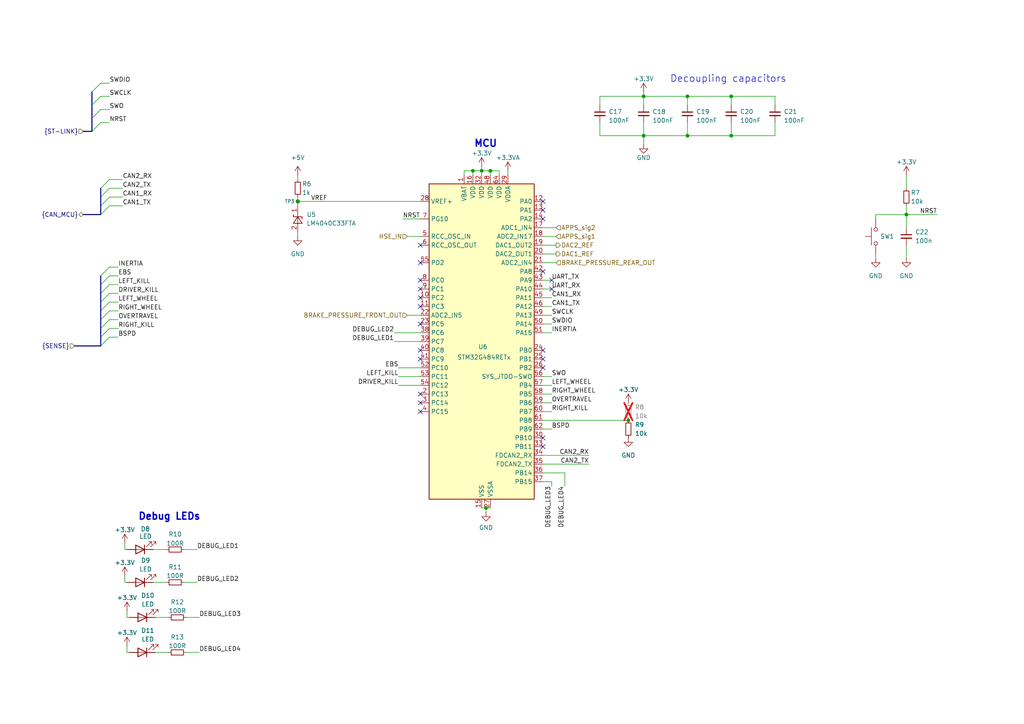
<source format=kicad_sch>
(kicad_sch (version 20250114) (generator "eeschema") (generator_version "9.0")
  (paper "A4")
  (lib_symbols
    (symbol "Connector:TestPoint_Small" (pin_numbers (hide yes)) (pin_names (offset 0.762) (hide yes))
      (property "Reference" "TP" (at 0 3.81 0))
      (property "Value" "TestPoint_Small" (at 0 2.032 0))
      (symbol "TestPoint_Small_0_1"
        (circle (center 0 0) (radius 0.508))
      )
      (symbol "TestPoint_Small_1_1"
        (pin passive line (at 0 0 90) (length 0) (name "1") (number "1"))
      )
    )
    (symbol "Device:C_Small" (pin_numbers (hide yes)) (pin_names (offset 0.254) (hide yes))
      (property "Reference" "C" (at 0.254 1.778 0))
      (property "Value" "C_Small" (at 0.254 -2.032 0))
      (symbol "C_Small_0_1"
        (polyline (pts (xy -1.524 0.508) (xy 1.524 0.508)) (stroke (width 0.3048)))
        (polyline (pts (xy -1.524 -0.508) (xy 1.524 -0.508)) (stroke (width 0.3302)))
      )
      (symbol "C_Small_1_1"
        (pin passive line (at 0 2.54 270) (length 2.032) (name "~") (number "1"))
        (pin passive line (at 0 -2.54 90) (length 2.032) (name "~") (number "2"))
      )
    )
    (symbol "Device:LED" (pin_numbers (hide yes)) (pin_names (offset 1.016) (hide yes))
      (property "Reference" "D" (at 0 2.54 0))
      (property "Value" "LED" (at 0 -2.54 0))
      (symbol "LED_0_1"
        (polyline (pts (xy -3.048 -0.762) (xy -4.572 -2.286) (xy -3.81 -2.286) (xy -4.572 -2.286) (xy -4.572 -1.524)))
        (polyline (pts (xy -1.778 -0.762) (xy -3.302 -2.286) (xy -2.54 -2.286) (xy -3.302 -2.286) (xy -3.302 -1.524)))
        (polyline (pts (xy -1.27 0) (xy 1.27 0)))
        (polyline (pts (xy -1.27 -1.27) (xy -1.27 1.27)) (stroke (width 0.254)))
        (polyline (pts (xy 1.27 -1.27) (xy 1.27 1.27) (xy -1.27 0) (xy 1.27 -1.27)) (stroke (width 0.254)))
      )
      (symbol "LED_1_1"
        (pin passive line (at -3.81 0 0) (length 2.54) (name "K") (number "1"))
        (pin passive line (at 3.81 0 180) (length 2.54) (name "A") (number "2"))
      )
    )
    (symbol "Device:R_Small" (pin_numbers (hide yes)) (pin_names (offset 0.254) (hide yes))
      (property "Reference" "R" (at 0.762 0.508 0))
      (property "Value" "R_Small" (at 0.762 -1.016 0))
      (symbol "R_Small_0_1"
        (rectangle (start -0.762 1.778) (end 0.762 -1.778) (stroke (width 0.2032)))
      )
      (symbol "R_Small_1_1"
        (pin passive line (at 0 2.54 270) (length 0.762) (name "~") (number "1"))
        (pin passive line (at 0 -2.54 90) (length 0.762) (name "~") (number "2"))
      )
    )
    (symbol "LM4040:LM4040" (pin_names (offset 0.0254) (hide yes))
      (property "Reference" "U" (at 1.27 -2.54 90))
      (property "Value" "LM4040C33FTA" (at -1.27 -2.54 90))
      (symbol "LM4040_0_1"
        (polyline (pts (xy -1.27 0) (xy 0 0) (xy 1.27 0)))
        (polyline (pts (xy -1.27 -1.27) (xy 0.635 0) (xy -1.27 1.27) (xy -1.27 -1.27)) (stroke (width 0.2032)))
        (polyline (pts (xy 0 -1.27) (xy 0.635 -1.27) (xy 0.635 1.27) (xy 1.27 1.27)) (stroke (width 0.2032)))
      )
      (symbol "LM4040_1_1"
        (pin passive line (at -3.81 0 0) (length 2.54) (name "A") (number "2"))
        (pin no_connect line (at 0 3.81 270) (length 2.54) (hide yes) (name "NC") (number "3"))
        (pin passive line (at 3.81 0 180) (length 2.54) (name "K") (number "1"))
      )
    )
    (symbol "MCU_ST_STM32G4:STM32G484RETx"
      (property "Reference" "U" (at -15.24 46.99 0))
      (property "Value" "STM32G484RETx" (at 10.16 46.99 0))
      (symbol "STM32G484RETx_0_1"
        (rectangle (start -15.24 -45.72) (end 15.24 45.72) (stroke (width 0.254)) (fill (type background)))
      )
      (symbol "STM32G484RETx_1_1"
        (pin input line (at -17.78 40.64 0) (length 2.54) (name "VREF+") (number "28"))
        (pin bidirectional line (at -17.78 35.56 0) (length 2.54) (name "PG10") (number "7"))
        (pin bidirectional line (at -17.78 30.48 0) (length 2.54) (name "PF0") (number "5") (alternate "RCC_OSC_IN" bidirectional line))
        (pin bidirectional line (at -17.78 27.94 0) (length 2.54) (name "PF1") (number "6") (alternate "RCC_OSC_OUT" bidirectional line))
        (pin bidirectional line (at -17.78 22.86 0) (length 2.54) (name "PD2") (number "55"))
        (pin bidirectional line (at -17.78 17.78 0) (length 2.54) (name "PC0") (number "8"))
        (pin bidirectional line (at -17.78 15.24 0) (length 2.54) (name "PC1") (number "9"))
        (pin bidirectional line (at -17.78 12.7 0) (length 2.54) (name "PC2") (number "10"))
        (pin bidirectional line (at -17.78 10.16 0) (length 2.54) (name "PC3") (number "11"))
        (pin bidirectional line (at -17.78 7.62 0) (length 2.54) (name "PC4") (number "22") (alternate "ADC2_IN5" bidirectional line))
        (pin bidirectional line (at -17.78 5.08 0) (length 2.54) (name "PC5") (number "23"))
        (pin bidirectional line (at -17.78 2.54 0) (length 2.54) (name "PC6") (number "38"))
        (pin bidirectional line (at -17.78 0 0) (length 2.54) (name "PC7") (number "39"))
        (pin bidirectional line (at -17.78 -2.54 0) (length 2.54) (name "PC8") (number "40"))
        (pin bidirectional line (at -17.78 -5.08 0) (length 2.54) (name "PC9") (number "41"))
        (pin bidirectional line (at -17.78 -7.62 0) (length 2.54) (name "PC10") (number "52"))
        (pin bidirectional line (at -17.78 -10.16 0) (length 2.54) (name "PC11") (number "53"))
        (pin bidirectional line (at -17.78 -12.7 0) (length 2.54) (name "PC12") (number "54"))
        (pin bidirectional line (at -17.78 -15.24 0) (length 2.54) (name "PC13") (number "2"))
        (pin bidirectional line (at -17.78 -17.78 0) (length 2.54) (name "PC14") (number "3"))
        (pin bidirectional line (at -17.78 -20.32 0) (length 2.54) (name "PC15") (number "4"))
        (pin power_in line (at -5.08 48.26 270) (length 2.54) (name "VBAT") (number "1"))
        (pin power_in line (at -2.54 48.26 270) (length 2.54) (name "VDD") (number "16"))
        (pin power_in line (at 0 48.26 270) (length 2.54) (name "VDD") (number "32"))
        (pin power_in line (at 0 -48.26 90) (length 2.54) (name "VSS") (number "15"))
        (pin passive line (at 0 -48.26 90) (length 2.54) (hide yes) (name "VSS") (number "31"))
        (pin passive line (at 0 -48.26 90) (length 2.54) (hide yes) (name "VSS") (number "47"))
        (pin passive line (at 0 -48.26 90) (length 2.54) (hide yes) (name "VSS") (number "63"))
        (pin power_in line (at 2.54 48.26 270) (length 2.54) (name "VDD") (number "48"))
        (pin power_in line (at 2.54 -48.26 90) (length 2.54) (name "VSSA") (number "27"))
        (pin power_in line (at 5.08 48.26 270) (length 2.54) (name "VDD") (number "64"))
        (pin power_in line (at 7.62 48.26 270) (length 2.54) (name "VDDA") (number "29"))
        (pin bidirectional line (at 17.78 40.64 180) (length 2.54) (name "PA0") (number "12"))
        (pin bidirectional line (at 17.78 38.1 180) (length 2.54) (name "PA1") (number "13"))
        (pin bidirectional line (at 17.78 35.56 180) (length 2.54) (name "PA2") (number "14"))
        (pin bidirectional line (at 17.78 33.02 180) (length 2.54) (name "PA3") (number "17") (alternate "ADC1_IN4" bidirectional line))
        (pin bidirectional line (at 17.78 30.48 180) (length 2.54) (name "PA4") (number "18") (alternate "ADC2_IN17" bidirectional line))
        (pin bidirectional line (at 17.78 27.94 180) (length 2.54) (name "PA5") (number "19") (alternate "DAC1_OUT2" bidirectional line))
        (pin bidirectional line (at 17.78 25.4 180) (length 2.54) (name "PA6") (number "20") (alternate "DAC2_OUT1" bidirectional line))
        (pin bidirectional line (at 17.78 22.86 180) (length 2.54) (name "PA7") (number "21") (alternate "ADC2_IN4" bidirectional line))
        (pin bidirectional line (at 17.78 20.32 180) (length 2.54) (name "PA8") (number "42"))
        (pin bidirectional line (at 17.78 17.78 180) (length 2.54) (name "PA9") (number "43"))
        (pin bidirectional line (at 17.78 15.24 180) (length 2.54) (name "PA10") (number "44"))
        (pin bidirectional line (at 17.78 12.7 180) (length 2.54) (name "PA11") (number "45"))
        (pin bidirectional line (at 17.78 10.16 180) (length 2.54) (name "PA12") (number "46"))
        (pin bidirectional line (at 17.78 7.62 180) (length 2.54) (name "PA13") (number "49"))
        (pin bidirectional line (at 17.78 5.08 180) (length 2.54) (name "PA14") (number "50"))
        (pin bidirectional line (at 17.78 2.54 180) (length 2.54) (name "PA15") (number "51"))
        (pin bidirectional line (at 17.78 -2.54 180) (length 2.54) (name "PB0") (number "24"))
        (pin bidirectional line (at 17.78 -5.08 180) (length 2.54) (name "PB1") (number "25"))
        (pin bidirectional line (at 17.78 -7.62 180) (length 2.54) (name "PB2") (number "26"))
        (pin bidirectional line (at 17.78 -10.16 180) (length 2.54) (name "PB3") (number "56") (alternate "SYS_JTDO-SWO" bidirectional line))
        (pin bidirectional line (at 17.78 -12.7 180) (length 2.54) (name "PB4") (number "57"))
        (pin bidirectional line (at 17.78 -15.24 180) (length 2.54) (name "PB5") (number "58") (alternate "FDCAN2_RX" bidirectional line))
        (pin bidirectional line (at 17.78 -17.78 180) (length 2.54) (name "PB6") (number "59") (alternate "FDCAN2_TX" bidirectional line))
        (pin bidirectional line (at 17.78 -20.32 180) (length 2.54) (name "PB7") (number "60"))
        (pin bidirectional line (at 17.78 -22.86 180) (length 2.54) (name "PB8") (number "61"))
        (pin bidirectional line (at 17.78 -25.4 180) (length 2.54) (name "PB9") (number "62"))
        (pin bidirectional line (at 17.78 -27.94 180) (length 2.54) (name "PB10") (number "30"))
        (pin bidirectional line (at 17.78 -30.48 180) (length 2.54) (name "PB11") (number "33"))
        (pin bidirectional line (at 17.78 -33.02 180) (length 2.54) (name "PB12") (number "34") (alternate "FDCAN2_RX" bidirectional line))
        (pin bidirectional line (at 17.78 -35.56 180) (length 2.54) (name "PB13") (number "35") (alternate "FDCAN2_TX" bidirectional line))
        (pin bidirectional line (at 17.78 -38.1 180) (length 2.54) (name "PB14") (number "36"))
        (pin bidirectional line (at 17.78 -40.64 180) (length 2.54) (name "PB15") (number "37"))
      )
    )
    (symbol "Switch:SW_Push" (pin_numbers (hide yes)) (pin_names (offset 1.016) (hide yes))
      (property "Reference" "SW" (at 1.27 2.54 0))
      (property "Value" "SW_Push" (at 0 -1.524 0))
      (symbol "SW_Push_0_1"
        (circle (center -2.032 0) (radius 0.508))
        (polyline (pts (xy 0 1.27) (xy 0 3.048)))
        (circle (center 2.032 0) (radius 0.508))
        (polyline (pts (xy 2.54 1.27) (xy -2.54 1.27)))
        (pin passive line (at -5.08 0 0) (length 2.54) (name "1") (number "1"))
        (pin passive line (at 5.08 0 180) (length 2.54) (name "2") (number "2"))
      )
    )
    (symbol "power:+3.3V" (power) (pin_names (offset 0))
      (property "Value" "+3.3V" (at 0 3.556 0))
      (symbol "+3.3V_0_1"
        (polyline (pts (xy -0.762 1.27) (xy 0 2.54)))
        (polyline (pts (xy 0 2.54) (xy 0.762 1.27)))
        (polyline (pts (xy 0 0) (xy 0 2.54)))
      )
      (symbol "+3.3V_1_1"
        (pin power_in line (at 0 0 90) (length 0) (hide yes) (name "+3.3V") (number "1"))
      )
    )
    (symbol "power:+3.3VA" (power) (pin_names (offset 0))
      (property "Value" "+3.3VA" (at 0 3.556 0))
      (symbol "+3.3VA_0_1"
        (polyline (pts (xy -0.762 1.27) (xy 0 2.54)))
        (polyline (pts (xy 0 2.54) (xy 0.762 1.27)))
        (polyline (pts (xy 0 0) (xy 0 2.54)))
      )
      (symbol "+3.3VA_1_1"
        (pin power_in line (at 0 0 90) (length 0) (hide yes) (name "+3.3VA") (number "1"))
      )
    )
    (symbol "power:+5V" (power) (pin_names (offset 0))
      (property "Value" "+5V" (at 0 3.556 0))
      (symbol "+5V_0_1"
        (polyline (pts (xy -0.762 1.27) (xy 0 2.54)))
        (polyline (pts (xy 0 2.54) (xy 0.762 1.27)))
        (polyline (pts (xy 0 0) (xy 0 2.54)))
      )
      (symbol "+5V_1_1"
        (pin power_in line (at 0 0 90) (length 0) (hide yes) (name "+5V") (number "1"))
      )
    )
    (symbol "power:GND" (power) (pin_names (offset 0))
      (property "Value" "GND" (at 0 -3.81 0))
      (symbol "GND_0_1"
        (polyline (pts (xy 0 0) (xy 0 -1.27) (xy 1.27 -1.27) (xy 0 -2.54) (xy -1.27 -1.27) (xy 0 -1.27)))
      )
      (symbol "GND_1_1"
        (pin power_in line (at 0 0 270) (length 0) (hide yes) (name "GND") (number "1"))
      )
    )
  )
  (text "MCU" (at 137.414 42.926 0) (effects (font (size 2 2) (thickness 0.4) (bold yes)) (justify left bottom)))
  (text "Decoupling capacitors" (at 194.31 24.13 0) (effects (font (size 2 2)) (justify left bottom)))
  (text "Debug LEDs\n\n" (at 40.005 154.305 0) (effects (font (size 2 2) (thickness 0.4) (bold yes)) (justify left bottom)))
  (junction (at 137.16 49.53))
  (junction (at 182.245 121.92))
  (junction (at 199.39 39.37))
  (junction (at 212.09 27.94))
  (junction (at 262.89 62.23))
  (junction (at 140.97 147.32))
  (junction (at 142.24 49.53))
  (junction (at 139.7 49.53))
  (junction (at 86.36 58.42))
  (junction (at 199.39 27.94))
  (junction (at 212.09 39.37))
  (junction (at 186.69 27.94))
  (junction (at 186.69 39.37))
  (no_connect (at 121.92 88.9))
  (no_connect (at 157.48 63.5))
  (no_connect (at 157.48 78.74))
  (no_connect (at 121.92 104.14))
  (no_connect (at 121.92 93.98))
  (no_connect (at 121.92 86.36))
  (no_connect (at 157.48 101.6))
  (no_connect (at 121.92 101.6))
  (no_connect (at 160.02 83.82))
  (no_connect (at 121.92 76.2))
  (no_connect (at 160.02 81.28))
  (no_connect (at 121.92 81.28))
  (no_connect (at 157.48 127))
  (no_connect (at 157.48 60.96))
  (no_connect (at 157.48 106.68))
  (no_connect (at 157.48 129.54))
  (no_connect (at 121.92 119.38))
  (no_connect (at 121.92 71.12))
  (no_connect (at 121.92 114.3))
  (no_connect (at 157.48 58.42))
  (no_connect (at 121.92 83.82))
  (no_connect (at 121.92 116.84))
  (no_connect (at 157.48 104.14))
  (bus_entry (at 29.21 95.25) (size 2.54 -2.54))
  (bus_entry (at 29.21 100.33) (size 2.54 -2.54))
  (bus_entry (at 29.21 54.61) (size 2.54 -2.54))
  (bus_entry (at 29.21 82.55) (size 2.54 -2.54))
  (bus_entry (at 29.21 57.15) (size 2.54 -2.54))
  (bus_entry (at 29.21 97.79) (size 2.54 -2.54))
  (bus_entry (at 29.21 87.63) (size 2.54 -2.54))
  (bus_entry (at 29.21 90.17) (size 2.54 -2.54))
  (bus_entry (at 29.21 62.23) (size 2.54 -2.54))
  (bus_entry (at 29.21 59.69) (size 2.54 -2.54))
  (bus_entry (at 29.21 80.01) (size 2.54 -2.54))
  (bus_entry (at 26.67 26.67) (size 2.54 -2.54))
  (bus_entry (at 26.67 30.48) (size 2.54 -2.54))
  (bus_entry (at 29.21 85.09) (size 2.54 -2.54))
  (bus_entry (at 26.67 34.29) (size 2.54 -2.54))
  (bus_entry (at 26.67 38.1) (size 2.54 -2.54))
  (bus_entry (at 29.21 92.71) (size 2.54 -2.54))
  (wire (pts (xy 157.48 81.28) (xy 160.02 81.28)))
  (wire (pts (xy 160.02 116.84) (xy 157.48 116.84)))
  (wire (pts (xy 170.815 132.08) (xy 157.48 132.08)))
  (wire (pts (xy 139.7 48.26) (xy 139.7 49.53)))
  (wire (pts (xy 186.69 27.94) (xy 199.39 27.94)))
  (wire (pts (xy 157.48 66.04) (xy 161.29 66.04)))
  (wire (pts (xy 160.02 111.76) (xy 157.48 111.76)))
  (wire (pts (xy 262.89 62.23) (xy 254 62.23)))
  (wire (pts (xy 31.75 80.01) (xy 34.29 80.01)))
  (wire (pts (xy 140.97 147.32) (xy 140.97 148.59)))
  (wire (pts (xy 86.36 59.69) (xy 86.36 58.42)))
  (bus (pts (xy 29.21 54.61) (xy 29.21 57.15)))
  (wire (pts (xy 199.39 39.37) (xy 186.69 39.37)))
  (wire (pts (xy 262.89 71.12) (xy 262.89 74.93)))
  (wire (pts (xy 31.75 52.07) (xy 35.56 52.07)))
  (wire (pts (xy 160.02 114.3) (xy 157.48 114.3)))
  (wire (pts (xy 139.7 49.53) (xy 139.7 50.8)))
  (wire (pts (xy 53.34 159.385) (xy 57.15 159.385)))
  (wire (pts (xy 31.75 57.15) (xy 35.56 57.15)))
  (wire (pts (xy 254 62.23) (xy 254 63.5)))
  (wire (pts (xy 134.62 50.8) (xy 134.62 49.53)))
  (wire (pts (xy 31.75 82.55) (xy 34.29 82.55)))
  (bus (pts (xy 26.67 26.67) (xy 26.67 30.48)))
  (wire (pts (xy 147.32 49.53) (xy 147.32 50.8)))
  (wire (pts (xy 44.45 168.91) (xy 48.26 168.91)))
  (wire (pts (xy 29.21 24.13) (xy 31.75 24.13)))
  (bus (pts (xy 29.21 92.71) (xy 29.21 95.25)))
  (wire (pts (xy 116.84 63.5) (xy 121.92 63.5)))
  (wire (pts (xy 37.465 189.23) (xy 36.83 189.23)))
  (wire (pts (xy 163.83 140.97) (xy 163.83 137.16)))
  (wire (pts (xy 36.83 177.165) (xy 36.83 179.07)))
  (bus (pts (xy 24.13 62.23) (xy 29.21 62.23)))
  (wire (pts (xy 262.89 50.8) (xy 262.89 54.61)))
  (wire (pts (xy 212.09 39.37) (xy 199.39 39.37)))
  (wire (pts (xy 157.48 109.22) (xy 160.02 109.22)))
  (wire (pts (xy 173.99 39.37) (xy 173.99 35.56)))
  (wire (pts (xy 31.75 54.61) (xy 35.56 54.61)))
  (wire (pts (xy 142.24 49.53) (xy 144.78 49.53)))
  (bus (pts (xy 29.21 90.17) (xy 29.21 92.71)))
  (bus (pts (xy 29.21 87.63) (xy 29.21 90.17)))
  (wire (pts (xy 262.89 62.23) (xy 262.89 66.04)))
  (wire (pts (xy 115.57 106.68) (xy 121.92 106.68)))
  (bus (pts (xy 29.21 59.69) (xy 29.21 62.23)))
  (wire (pts (xy 224.79 27.94) (xy 212.09 27.94)))
  (wire (pts (xy 157.48 88.9) (xy 160.02 88.9)))
  (wire (pts (xy 118.11 91.44) (xy 121.92 91.44)))
  (wire (pts (xy 36.83 187.325) (xy 36.83 189.23)))
  (wire (pts (xy 157.48 121.92) (xy 182.245 121.92)))
  (wire (pts (xy 86.36 58.42) (xy 121.92 58.42)))
  (wire (pts (xy 115.57 111.76) (xy 121.92 111.76)))
  (wire (pts (xy 36.195 167.005) (xy 36.195 168.91)))
  (wire (pts (xy 53.34 168.91) (xy 57.15 168.91)))
  (wire (pts (xy 118.11 68.58) (xy 121.92 68.58)))
  (bus (pts (xy 29.21 80.01) (xy 29.21 82.55)))
  (wire (pts (xy 86.36 67.31) (xy 86.36 68.58)))
  (wire (pts (xy 36.83 159.385) (xy 36.195 159.385)))
  (wire (pts (xy 157.48 83.82) (xy 160.02 83.82)))
  (wire (pts (xy 173.99 27.94) (xy 186.69 27.94)))
  (wire (pts (xy 186.69 27.94) (xy 186.69 30.48)))
  (wire (pts (xy 142.24 49.53) (xy 142.24 50.8)))
  (wire (pts (xy 114.3 96.52) (xy 121.92 96.52)))
  (bus (pts (xy 29.21 85.09) (xy 29.21 87.63)))
  (wire (pts (xy 173.99 30.48) (xy 173.99 27.94)))
  (wire (pts (xy 53.975 189.23) (xy 57.785 189.23)))
  (wire (pts (xy 137.16 49.53) (xy 139.7 49.53)))
  (bus (pts (xy 21.59 100.33) (xy 29.21 100.33)))
  (wire (pts (xy 224.79 35.56) (xy 224.79 39.37)))
  (bus (pts (xy 24.13 38.1) (xy 26.67 38.1)))
  (wire (pts (xy 31.75 85.09) (xy 34.29 85.09)))
  (wire (pts (xy 29.21 31.75) (xy 31.75 31.75)))
  (wire (pts (xy 36.195 157.48) (xy 36.195 159.385)))
  (wire (pts (xy 212.09 35.56) (xy 212.09 39.37)))
  (wire (pts (xy 114.3 99.06) (xy 121.92 99.06)))
  (wire (pts (xy 224.79 39.37) (xy 212.09 39.37)))
  (wire (pts (xy 160.02 93.98) (xy 157.48 93.98)))
  (wire (pts (xy 186.69 35.56) (xy 186.69 39.37)))
  (bus (pts (xy 29.21 95.25) (xy 29.21 97.79)))
  (wire (pts (xy 31.75 92.71) (xy 34.29 92.71)))
  (wire (pts (xy 29.21 27.94) (xy 31.75 27.94)))
  (wire (pts (xy 115.57 109.22) (xy 121.92 109.22)))
  (wire (pts (xy 45.085 179.07) (xy 48.895 179.07)))
  (wire (pts (xy 262.89 59.69) (xy 262.89 62.23)))
  (wire (pts (xy 37.465 179.07) (xy 36.83 179.07)))
  (wire (pts (xy 144.78 49.53) (xy 144.78 50.8)))
  (wire (pts (xy 86.36 50.8) (xy 86.36 52.07)))
  (wire (pts (xy 31.75 77.47) (xy 34.29 77.47)))
  (wire (pts (xy 186.69 39.37) (xy 173.99 39.37)))
  (wire (pts (xy 137.16 49.53) (xy 137.16 50.8)))
  (wire (pts (xy 157.48 73.66) (xy 161.29 73.66)))
  (wire (pts (xy 31.75 97.79) (xy 34.29 97.79)))
  (wire (pts (xy 160.02 139.7) (xy 157.48 139.7)))
  (bus (pts (xy 26.67 34.29) (xy 26.67 38.1)))
  (bus (pts (xy 29.21 82.55) (xy 29.21 85.09)))
  (wire (pts (xy 157.48 71.12) (xy 161.29 71.12)))
  (wire (pts (xy 139.7 147.32) (xy 140.97 147.32)))
  (wire (pts (xy 160.02 124.46) (xy 157.48 124.46)))
  (wire (pts (xy 31.75 87.63) (xy 34.29 87.63)))
  (wire (pts (xy 157.48 119.38) (xy 160.02 119.38)))
  (bus (pts (xy 29.21 97.79) (xy 29.21 100.33)))
  (wire (pts (xy 31.75 90.17) (xy 34.29 90.17)))
  (wire (pts (xy 186.69 39.37) (xy 186.69 41.91)))
  (bus (pts (xy 29.21 57.15) (xy 29.21 59.69)))
  (wire (pts (xy 29.21 35.56) (xy 31.75 35.56)))
  (wire (pts (xy 160.02 140.97) (xy 160.02 139.7)))
  (wire (pts (xy 139.7 49.53) (xy 142.24 49.53)))
  (wire (pts (xy 157.48 68.58) (xy 161.29 68.58)))
  (wire (pts (xy 134.62 49.53) (xy 137.16 49.53)))
  (wire (pts (xy 212.09 27.94) (xy 212.09 30.48)))
  (wire (pts (xy 163.83 137.16) (xy 157.48 137.16)))
  (polyline (pts (xy 40.64 149.86) (xy 40.64 150.495)) (stroke (width 0) (type dot)))
  (wire (pts (xy 45.085 189.23) (xy 48.895 189.23)))
  (wire (pts (xy 140.97 147.32) (xy 142.24 147.32)))
  (wire (pts (xy 31.75 59.69) (xy 35.56 59.69)))
  (wire (pts (xy 44.45 159.385) (xy 48.26 159.385)))
  (wire (pts (xy 160.02 86.36) (xy 157.48 86.36)))
  (wire (pts (xy 86.36 57.15) (xy 86.36 58.42)))
  (wire (pts (xy 262.89 62.23) (xy 271.78 62.23)))
  (bus (pts (xy 26.67 30.48) (xy 26.67 34.29)))
  (wire (pts (xy 170.815 134.62) (xy 157.48 134.62)))
  (wire (pts (xy 31.75 95.25) (xy 34.29 95.25)))
  (wire (pts (xy 157.48 76.2) (xy 161.29 76.2)))
  (wire (pts (xy 160.02 96.52) (xy 157.48 96.52)))
  (wire (pts (xy 199.39 27.94) (xy 199.39 30.48)))
  (wire (pts (xy 199.39 35.56) (xy 199.39 39.37)))
  (wire (pts (xy 36.83 168.91) (xy 36.195 168.91)))
  (wire (pts (xy 224.79 30.48) (xy 224.79 27.94)))
  (wire (pts (xy 160.02 91.44) (xy 157.48 91.44)))
  (wire (pts (xy 254 73.66) (xy 254 74.93)))
  (wire (pts (xy 199.39 27.94) (xy 212.09 27.94)))
  (wire (pts (xy 53.975 179.07) (xy 57.785 179.07)))
  (wire (pts (xy 186.69 26.67) (xy 186.69 27.94)))
  (label "OVERTRAVEL" (at 160.02 116.84 0))
  (label "CAN2_TX" (at 35.56 54.61 0))
  (label "LEFT_KILL" (at 115.57 109.22 180))
  (label "DEBUG_LED4" (at 57.785 189.23 0))
  (label "INERTIA" (at 34.29 77.47 0))
  (label "DEBUG_LED2" (at 57.15 168.91 0))
  (label "BSPD" (at 34.29 97.79 0))
  (label "DRIVER_KILL" (at 34.29 85.09 0))
  (label "EBS" (at 34.29 80.01 0))
  (label "SWCLK" (at 160.02 91.44 0))
  (label "RIGHT_KILL" (at 160.02 119.38 0))
  (label "CAN2_RX" (at 35.56 52.07 0))
  (label "EBS" (at 115.57 106.68 180))
  (label "DRIVER_KILL" (at 115.57 111.76 180))
  (label "DEBUG_LED2" (at 114.3 96.52 180))
  (label "SWO" (at 160.02 109.22 0))
  (label "CAN1_TX" (at 160.02 88.9 0))
  (label "LEFT_WHEEL" (at 160.02 111.76 0))
  (label "NRST" (at 271.78 62.23 180))
  (label "DEBUG_LED3" (at 57.785 179.07 0))
  (label "CAN1_TX" (at 35.56 59.69 0))
  (label "RIGHT_WHEEL" (at 34.29 90.17 0))
  (label "DEBUG_LED1" (at 114.3 99.06 180))
  (label "UART_RX" (at 160.02 83.82 0))
  (label "UART_TX" (at 160.02 81.28 0))
  (label "SWO" (at 31.75 31.75 0))
  (label "DEBUG_LED1" (at 57.15 159.385 0))
  (label "INERTIA" (at 160.02 96.52 0))
  (label "RIGHT_WHEEL" (at 160.02 114.3 0))
  (label "VREF" (at 90.17 58.42 0))
  (label "NRST" (at 116.84 63.5 0))
  (label "DEBUG_LED3" (at 160.02 140.97 270))
  (label "CAN2_RX" (at 170.815 132.08 180))
  (label "CAN2_TX" (at 170.815 134.62 180))
  (label "SWDIO" (at 160.02 93.98 0))
  (label "SWDIO" (at 31.75 24.13 0))
  (label "SWCLK" (at 31.75 27.94 0))
  (label "BSPD" (at 160.02 124.46 0))
  (label "LEFT_WHEEL" (at 34.29 87.63 0))
  (label "DEBUG_LED4" (at 163.83 140.97 270))
  (label "RIGHT_KILL" (at 34.29 95.25 0))
  (label "CAN1_RX" (at 35.56 57.15 0))
  (label "LEFT_KILL" (at 34.29 82.55 0))
  (label "NRST" (at 31.75 35.56 0))
  (label "CAN1_RX" (at 160.02 86.36 0))
  (label "OVERTRAVEL" (at 34.29 92.71 0))
  (hierarchical_label "{CAN_MCU}" (shape bidirectional) (at 24.13 62.23 180))
  (hierarchical_label "DAC2_REF" (shape output) (at 161.29 71.12 0))
  (hierarchical_label "APPS_sig1" (shape input) (at 161.29 68.58 0))
  (hierarchical_label "DAC1_REF" (shape output) (at 161.29 73.66 0))
  (hierarchical_label "APPS_sig2" (shape input) (at 161.29 66.04 0))
  (hierarchical_label "{SENSE}" (shape input) (at 21.59 100.33 180))
  (hierarchical_label "BRAKE_PRESSURE_FRONT_OUT" (shape input) (at 118.11 91.44 180))
  (hierarchical_label "BRAKE_PRESSURE_REAR_OUT" (shape input) (at 161.29 76.2 0))
  (hierarchical_label "{ST-LINK}" (shape input) (at 24.13 38.1 180))
  (hierarchical_label "HSE_IN" (shape input) (at 118.11 68.58 180))
  (symbol (lib_id "power:+3.3V") (at 36.83 187.325 0) (unit 1)
    (property "Reference" "#PWR058" (effects (hide yes)))
    (property "Value" "+3.3V" (at 36.83 183.515 0))
  )
  (symbol (lib_id "power:+3.3V") (at 262.89 50.8 0) (unit 1)
    (property "Reference" "#PWR048" (effects (hide yes)))
    (property "Value" "+3.3V" (at 262.89 46.99 0))
  )
  (symbol (lib_id "Device:R_Small") (at 50.8 168.91 90) (unit 1)
    (property "Reference" "R11" (at 50.8 164.465 90))
    (property "Value" "100R" (at 50.8 167.005 90))
    (property "Footprint" "Resistor_SMD:R_0603_1608Metric_Pad0.98x0.95mm_HandSolder" (effects (hide yes)))
  )
  (symbol (lib_id "power:GND") (at 182.245 127 0) (unit 1)
    (property "Reference" "#PWR053" (effects (hide yes)))
    (property "Value" "GND" (at 182.245 132.08 0))
  )
  (symbol (lib_id "Device:C_Small") (at 186.69 33.02 0) (unit 1)
    (property "Reference" "C18" (at 189.23 32.3913 0) (effects (justify left)))
    (property "Value" "100nF" (at 189.23 34.9313 0) (effects (justify left)))
    (property "Footprint" "Capacitor_SMD:C_0603_1608Metric_Pad1.08x0.95mm_HandSolder" (effects (hide yes)))
  )
  (symbol (lib_id "power:GND") (at 186.69 41.91 0) (unit 1)
    (property "Reference" "#PWR044" (effects (hide yes)))
    (property "Value" "GND" (at 186.69 45.72 0))
  )
  (symbol (lib_id "Device:R_Small") (at 182.245 124.46 0) (unit 1)
    (property "Reference" "R9" (at 184.15 123.19 0) (effects (justify left)))
    (property "Value" "10k" (at 184.15 125.73 0) (effects (justify left)))
    (property "Footprint" "Resistor_SMD:R_0603_1608Metric" (effects (hide yes)))
  )
  (symbol (lib_id "Device:R_Small") (at 182.245 119.38 0) (unit 1) (dnp yes)
    (property "Reference" "R8" (at 184.15 118.11 0) (effects (justify left)))
    (property "Value" "10k" (at 184.15 120.65 0) (effects (justify left)))
    (property "Footprint" "Resistor_SMD:R_0603_1608Metric" (effects (hide yes)))
  )
  (symbol (lib_id "power:+3.3V") (at 139.7 48.26 0) (unit 1)
    (property "Reference" "#PWR045" (effects (hide yes)))
    (property "Value" "+3.3V" (at 139.7 44.45 0))
  )
  (symbol (lib_id "Device:LED") (at 40.64 159.385 180) (unit 1)
    (property "Reference" "D8" (at 42.164 153.416 0))
    (property "Value" "LED" (at 42.2275 155.575 0))
    (property "Footprint" "LED_SMD:LED_0603_1608Metric_Pad1.05x0.95mm_HandSolder" (effects (hide yes)))
    (property "Datasheet" "https://www.mouser.pl/ProductDetail/Wurth-Elektronik/150060AS75000?qs=sGAEpiMZZMvyj6n1w4pZDz9nvxQ%2FaIylZD%2FH%2F%252BnGuWT1TpDIi0D2Jw%3D%3D" (effects (hide yes)))
  )
  (symbol (lib_id "power:GND") (at 86.36 68.58 0) (unit 1)
    (property "Reference" "#PWR049" (effects (hide yes)))
    (property "Value" "GND" (at 86.36 73.66 0))
  )
  (symbol (lib_id "Device:R_Small") (at 51.435 179.07 90) (unit 1)
    (property "Reference" "R12" (at 51.435 174.625 90))
    (property "Value" "100R" (at 51.435 177.165 90))
    (property "Footprint" "Resistor_SMD:R_0603_1608Metric_Pad0.98x0.95mm_HandSolder" (effects (hide yes)))
  )
  (symbol (lib_id "power:+3.3V") (at 36.195 167.005 0) (unit 1)
    (property "Reference" "#PWR056" (effects (hide yes)))
    (property "Value" "+3.3V" (at 36.195 163.195 0))
  )
  (symbol (lib_id "MCU_ST_STM32G4:STM32G484RETx") (at 139.7 99.06 0) (unit 1)
    (property "Reference" "U6" (at 138.684 100.584 0) (effects (justify left)))
    (property "Value" "STM32G484RETx" (at 132.588 103.632 0) (effects (justify left)))
    (property "Footprint" "Package_QFP:LQFP-64_10x10mm_P0.5mm" (effects (hide yes)))
    (property "Datasheet" "https://www.st.com/resource/en/datasheet/stm32g484re.pdf" (effects (hide yes)))
    (property "Description" "STMicroelectronics Arm Cortex-M4 MCU, 512KB flash, 128KB RAM, 170 MHz, 1.71-3.6V, 52 GPIO, LQFP64" (effects (hide yes)))
    (pin "22" (alternate "ADC2_IN5"))
    (pin "6" (alternate "RCC_OSC_OUT"))
    (pin "5" (alternate "RCC_OSC_IN"))
    (pin "19" (alternate "DAC1_OUT2"))
    (pin "21" (alternate "ADC2_IN4"))
    (pin "17" (alternate "ADC1_IN4"))
    (pin "18" (alternate "ADC2_IN17"))
    (pin "20" (alternate "DAC2_OUT1"))
    (pin "56" (alternate "SYS_JTDO-SWO"))
    (pin "34" (alternate "FDCAN2_RX"))
    (pin "35" (alternate "FDCAN2_TX"))
  )
  (symbol (lib_id "power:GND") (at 254 74.93 0) (unit 1)
    (property "Reference" "#PWR050" (effects (hide yes)))
    (property "Value" "GND" (at 254 80.01 0))
  )
  (symbol (lib_id "Device:R_Small") (at 86.36 54.61 0) (mirror y) (unit 1)
    (property "Reference" "R6" (at 87.63 53.34 0) (effects (justify right)))
    (property "Value" "1k" (at 87.63 55.88 0) (effects (justify right)))
    (property "Footprint" "Resistor_SMD:R_0603_1608Metric" (effects (hide yes)))
  )
  (symbol (lib_id "Switch:SW_Push") (at 254 68.58 90) (unit 1)
    (property "Reference" "SW1" (at 255.27 68.58 90) (effects (justify right)))
    (property "Value" "Reset" (effects (hide yes)))
    (property "Footprint" "Button_Switch_SMD:SW_SPST_B3U-1000P" (effects (hide yes)))
    (property "Datasheet" "https://www.mouser.pl/datasheet/2/307/en-b3u-1189599.pdf" (effects (hide yes)))
    (property "Component" "B3U-1000PM" (effects (hide yes)))
  )
  (symbol (lib_id "Device:C_Small") (at 199.39 33.02 0) (unit 1)
    (property "Reference" "C19" (at 201.93 32.3913 0) (effects (justify left)))
    (property "Value" "100nF" (at 201.93 34.9313 0) (effects (justify left)))
    (property "Footprint" "Capacitor_SMD:C_0603_1608Metric_Pad1.08x0.95mm_HandSolder" (effects (hide yes)))
  )
  (symbol (lib_id "Device:C_Small") (at 212.09 33.02 0) (unit 1)
    (property "Reference" "C20" (at 214.63 32.3913 0) (effects (justify left)))
    (property "Value" "100nF" (at 214.63 34.9313 0) (effects (justify left)))
    (property "Footprint" "Capacitor_SMD:C_0603_1608Metric_Pad1.08x0.95mm_HandSolder" (effects (hide yes)))
  )
  (symbol (lib_id "LM4040:LM4040") (at 86.36 63.5 90) (unit 1)
    (property "Reference" "U5" (at 88.9 62.23 90) (effects (justify right)))
    (property "Value" "LM4040C33FTA" (at 88.9 64.77 90) (effects (justify right)))
    (property "Footprint" "Package_TO_SOT_SMD:SOT-23" (effects (hide yes)))
    (property "Datasheet" "http://www.ti.com/lit/ds/symlink/lm4040-n.pdf" (effects (hide yes)))
  )
  (symbol (lib_id "Device:LED") (at 41.275 189.23 180) (unit 1)
    (property "Reference" "D11" (at 42.8625 182.88 0))
    (property "Value" "LED" (at 42.8625 185.42 0))
    (property "Footprint" "LED_SMD:LED_0603_1608Metric_Pad1.05x0.95mm_HandSolder" (effects (hide yes)))
    (property "Datasheet" "https://www.mouser.pl/ProductDetail/Wurth-Elektronik/150060AS75000?qs=sGAEpiMZZMvyj6n1w4pZDz9nvxQ%2FaIylZD%2FH%2F%252BnGuWT1TpDIi0D2Jw%3D%3D" (effects (hide yes)))
  )
  (symbol (lib_id "power:GND") (at 262.89 74.93 0) (unit 1)
    (property "Reference" "#PWR051" (effects (hide yes)))
    (property "Value" "GND" (at 262.89 80.01 0))
  )
  (symbol (lib_id "power:+3.3V") (at 182.245 116.84 0) (unit 1)
    (property "Reference" "#PWR052" (effects (hide yes)))
    (property "Value" "+3.3V" (at 182.245 113.03 0))
  )
  (symbol (lib_id "Device:R_Small") (at 51.435 189.23 90) (unit 1)
    (property "Reference" "R13" (at 51.435 184.785 90))
    (property "Value" "100R" (at 51.435 187.325 90))
    (property "Footprint" "Resistor_SMD:R_0603_1608Metric_Pad0.98x0.95mm_HandSolder" (effects (hide yes)))
  )
  (symbol (lib_id "Device:LED") (at 40.64 168.91 180) (unit 1)
    (property "Reference" "D9" (at 42.2275 162.56 0))
    (property "Value" "LED" (at 42.2275 165.1 0))
    (property "Footprint" "LED_SMD:LED_0603_1608Metric_Pad1.05x0.95mm_HandSolder" (effects (hide yes)))
    (property "Datasheet" "https://www.mouser.pl/ProductDetail/Wurth-Elektronik/150060AS75000?qs=sGAEpiMZZMvyj6n1w4pZDz9nvxQ%2FaIylZD%2FH%2F%252BnGuWT1TpDIi0D2Jw%3D%3D" (effects (hide yes)))
  )
  (symbol (lib_id "Device:C_Small") (at 224.79 33.02 0) (unit 1)
    (property "Reference" "C21" (at 227.33 32.3913 0) (effects (justify left)))
    (property "Value" "100nF" (at 227.33 34.9313 0) (effects (justify left)))
    (property "Footprint" "Capacitor_SMD:C_0603_1608Metric_Pad1.08x0.95mm_HandSolder" (effects (hide yes)))
  )
  (symbol (lib_id "Device:R_Small") (at 50.8 159.385 90) (unit 1)
    (property "Reference" "R10" (at 50.8 154.94 90))
    (property "Value" "100R" (at 50.8 157.607 90))
    (property "Footprint" "Resistor_SMD:R_0603_1608Metric_Pad0.98x0.95mm_HandSolder" (effects (hide yes)))
  )
  (symbol (lib_id "power:+3.3VA") (at 147.32 49.53 0) (unit 1)
    (property "Reference" "#PWR046" (effects (hide yes)))
    (property "Value" "+3.3VA" (at 147.32 45.72 0))
  )
  (symbol (lib_id "power:+5V") (at 86.36 50.8 0) (unit 1)
    (property "Reference" "#PWR047" (effects (hide yes)))
    (property "Value" "+5V" (at 86.36 45.72 0))
  )
  (symbol (lib_id "Device:C_Small") (at 173.99 33.02 0) (unit 1)
    (property "Reference" "C17" (at 176.53 32.3913 0) (effects (justify left)))
    (property "Value" "100nF" (at 176.53 34.9313 0) (effects (justify left)))
    (property "Footprint" "Capacitor_SMD:C_0603_1608Metric_Pad1.08x0.95mm_HandSolder" (effects (hide yes)))
  )
  (symbol (lib_id "Device:LED") (at 41.275 179.07 180) (unit 1)
    (property "Reference" "D10" (at 42.8625 172.72 0))
    (property "Value" "LED" (at 42.8625 175.26 0))
    (property "Footprint" "LED_SMD:LED_0603_1608Metric_Pad1.05x0.95mm_HandSolder" (effects (hide yes)))
    (property "Datasheet" "https://www.mouser.pl/ProductDetail/Wurth-Elektronik/150060AS75000?qs=sGAEpiMZZMvyj6n1w4pZDz9nvxQ%2FaIylZD%2FH%2F%252BnGuWT1TpDIi0D2Jw%3D%3D" (effects (hide yes)))
  )
  (symbol (lib_id "power:GND") (at 140.97 148.59 0) (unit 1)
    (property "Reference" "#PWR054" (effects (hide yes)))
    (property "Value" "GND" (at 140.97 153.035 0))
  )
  (symbol (lib_id "power:+3.3V") (at 36.83 177.165 0) (unit 1)
    (property "Reference" "#PWR057" (effects (hide yes)))
    (property "Value" "+3.3V" (at 36.83 173.355 0))
  )
  (symbol (lib_id "power:+3.3V") (at 186.69 26.67 0) (unit 1)
    (property "Reference" "#PWR043" (effects (hide yes)))
    (property "Value" "+3.3V" (at 186.69 22.86 0))
  )
  (symbol (lib_id "Device:R_Small") (at 262.89 57.15 0) (mirror y) (unit 1)
    (property "Reference" "R7" (at 264.16 55.88 0) (effects (justify right)))
    (property "Value" "10k" (at 264.16 58.42 0) (effects (justify right)))
    (property "Footprint" "Resistor_SMD:R_0603_1608Metric" (effects (hide yes)))
  )
  (symbol (lib_id "Device:C_Small") (at 262.89 68.58 0) (unit 1)
    (property "Reference" "C22" (at 265.43 67.3162 0) (effects (justify left)))
    (property "Value" "100n" (at 265.43 69.8562 0) (effects (justify left)))
    (property "Footprint" "Capacitor_SMD:C_0603_1608Metric" (effects (hide yes)))
  )
  (symbol (lib_id "power:+3.3V") (at 36.195 157.48 0) (unit 1)
    (property "Reference" "#PWR055" (effects (hide yes)))
    (property "Value" "+3.3V" (at 36.195 153.67 0))
  )
  (symbol (lib_id "Connector:TestPoint_Small") (at 86.36 58.42 0) (unit 1)
    (property "Reference" "TP3" (at 82.55 58.42 0) (effects (font (size 1 1)) (justify left)))
    (property "Value" "TestPoint_Small" (effects (hide yes)))
    (property "Footprint" "TestPoint:TestPoint_THTPad_D1.0mm_Drill0.5mm" (effects (hide yes)))
  )
)
</source>
